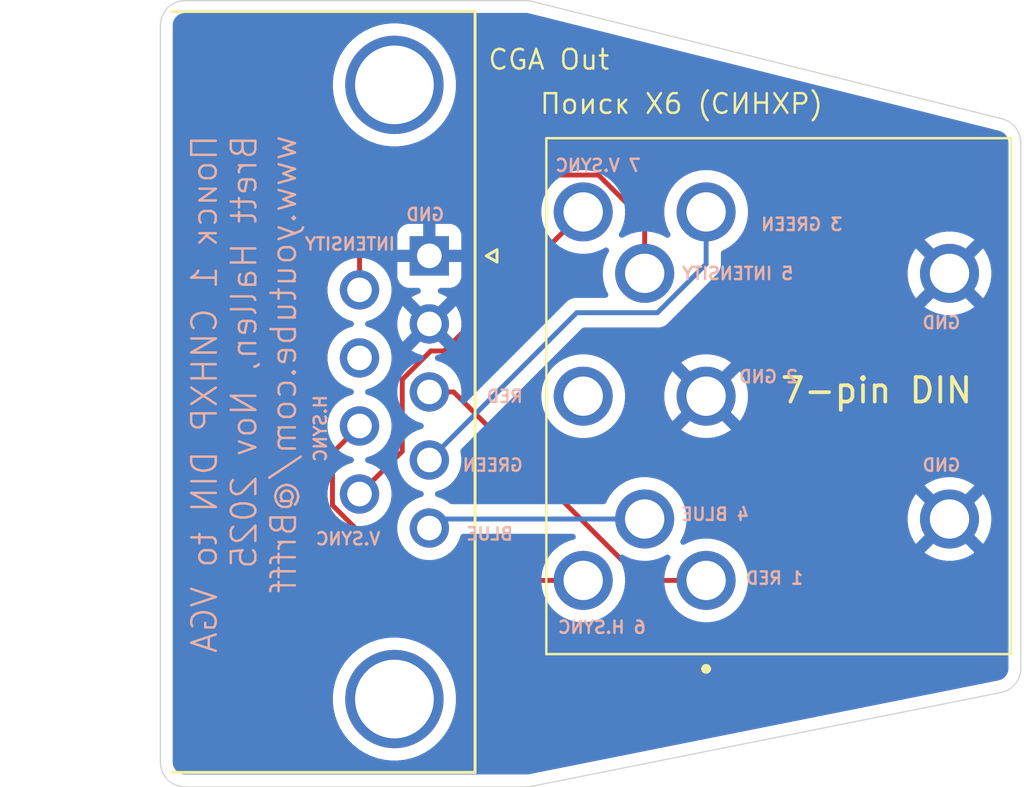
<source format=kicad_pcb>
(kicad_pcb (version 20241229) (generator "pcbnew") (generator_version "9.0")
  (title_block (title "Поиск 1 RGB DIN to VGA") (date "20/NOV/2025") (rev "A") (company "Brett Hallen") (comment 1 "www.youtube.com/@Brfff"))
  (layers (0 "F.Cu" signal) (2 "B.Cu" signal) (13 "F.Paste" user) (15 "B.Paste" user) (5 "F.SilkS" user "F.Silkscreen") (7 "B.SilkS" user "B.Silkscreen") (1 "F.Mask" user) (3 "B.Mask" user) (25 "Edge.Cuts" user))
  (net 0 "")
  (net 2 "INTENSITY")
  (net 4 "V.SYNC")
  (net 5 "GND")
  (net 6 "RED")
  (net 7 "H.SYNC{slash}C.SYNC")
  (net 8 "BLUE")
  (net 9 "GREEN")
  (footprint "Clueless_Engineer:6710801" (layer "F.Cu") (at 122.26 92.131236 -90)
    (property "Reference" "J1" (hide yes))
    (property "Value" "Поиск 1 X6 (Digital RGB)" (hide yes))
    (fp_line (start -18 6.5) (end -18 -12.4) (stroke (width 0.1)) (layer "F.SilkS"))
    (fp_line (start 3 6.5) (end -18 6.5) (stroke (width 0.1)) (layer "F.SilkS"))
    (fp_line (start 3.6 0.1) (end 3.6 0.1) (stroke (width 0.2)) (layer "F.SilkS"))
    (fp_line (start 3.6 -0.1) (end 3.6 -0.1) (stroke (width 0.2)) (layer "F.SilkS"))
    (fp_line (start -18 -12.4) (end 3 -12.4) (stroke (width 0.1)) (layer "F.SilkS"))
    (fp_line (start 3 -12.4) (end 3 6.5) (stroke (width 0.1)) (layer "F.SilkS"))
    (fp_arc (start 3.6 0.1) (mid 3.5 0) (end 3.6 -0.1) (stroke (width 0.2)) (layer "F.SilkS"))
    (fp_arc (start 3.6 -0.1) (mid 3.7 0) (end 3.6 0.1) (stroke (width 0.2)) (layer "F.SilkS"))
    (pad "1" thru_hole circle (at 0 0 270) (size 2.4 2.4) (drill 1.6) (layers "*.Cu" "*.Mask") (net 6 "RED"))
    (pad "2" thru_hole circle (at -7.5 0 270) (size 2.4 2.4) (drill 1.6) (layers "*.Cu" "*.Mask") (net 5 "GND"))
    (pad "3" thru_hole circle (at -15 0 270) (size 2.4 2.4) (drill 1.6) (layers "*.Cu" "*.Mask") (net 9 "GREEN"))
    (pad "4" thru_hole circle (at -2.5 2.5 270) (size 2.4 2.4) (drill 1.6) (layers "*.Cu" "*.Mask") (net 8 "BLUE"))
    (pad "5" thru_hole circle (at -12.5 2.5 270) (size 2.4 2.4) (drill 1.6) (layers "*.Cu" "*.Mask") (net 2 "INTENSITY"))
    (pad "6" thru_hole circle (at 0 5 270) (size 2.4 2.4) (drill 1.6) (layers "*.Cu" "*.Mask") (net 7 "H.SYNC{slash}C.SYNC"))
    (pad "7" thru_hole circle (at -15 5 270) (size 2.4 2.4) (drill 1.6) (layers "*.Cu" "*.Mask") (net 4 "V.SYNC"))
    (pad "8" thru_hole circle (at -7.5 5 270) (size 2.4 2.4) (drill 1.6) (layers "*.Cu" "*.Mask"))
    (pad "MH1" thru_hole circle (at -2.5 -9.9 270) (size 2.4 2.4) (drill 1.6) (layers "*.Cu" "*.Mask") (net 5 "GND"))
    (pad "MH2" thru_hole circle (at -12.5 -9.9 270) (size 2.4 2.4) (drill 1.6) (layers "*.Cu" "*.Mask") (net 5 "GND"))
  )
  (footprint "Connector_Dsub:DSUB-9_Pins_Horizontal_P2.77x2.84mm_EdgePinOffset7.70mm_Housed_MountingHolesOffset9.12mm" (layer "F.Cu") (at 111 78.92 -90)
    (property "Reference" "J2" (hide yes))
    (property "Value" "CGA Out" (at -7.988764 -4.86 180) (layer "F.SilkS") (effects (font (size 0.8 0.8) (thickness 0.1))))
    (fp_line (start -9.945 10.48) (end -9.945 -1.86) (stroke (width 0.12)) (layer "F.SilkS"))
    (fp_line (start -9.945 -1.86) (end 21.025 -1.86) (stroke (width 0.12)) (layer "F.SilkS"))
    (fp_line (start 21.025 -1.86) (end 21.025 10.48) (stroke (width 0.12)) (layer "F.SilkS"))
    (fp_line (start 0 -2.321325) (end -0.25 -2.754338) (stroke (width 0.12)) (layer "F.SilkS"))
    (fp_line (start -0.25 -2.754338) (end 0.25 -2.754338) (stroke (width 0.12)) (layer "F.SilkS"))
    (fp_line (start 0.25 -2.754338) (end 0 -2.321325) (stroke (width 0.12)) (layer "F.SilkS"))
    (pad "0" thru_hole circle (at -6.96 1.42 270) (size 4 4) (drill 3.2) (layers "*.Cu" "*.Mask"))
    (pad "0" thru_hole circle (at 18.04 1.42 270) (size 4 4) (drill 3.2) (layers "*.Cu" "*.Mask"))
    (pad "1" thru_hole rect (at 0 0 270) (size 1.6 1.6) (drill 1) (layers "*.Cu" "*.Mask") (net 5 "GND"))
    (pad "2" thru_hole circle (at 2.77 0 270) (size 1.6 1.6) (drill 1) (layers "*.Cu" "*.Mask") (net 5 "GND"))
    (pad "3" thru_hole circle (at 5.54 0 270) (size 1.6 1.6) (drill 1) (layers "*.Cu" "*.Mask") (net 6 "RED"))
    (pad "4" thru_hole circle (at 8.31 0 270) (size 1.6 1.6) (drill 1) (layers "*.Cu" "*.Mask") (net 9 "GREEN"))
    (pad "5" thru_hole circle (at 11.08 0 270) (size 1.6 1.6) (drill 1) (layers "*.Cu" "*.Mask") (net 8 "BLUE"))
    (pad "6" thru_hole circle (at 1.385 2.84 270) (size 1.6 1.6) (drill 1) (layers "*.Cu" "*.Mask") (net 2 "INTENSITY"))
    (pad "7" thru_hole circle (at 4.155 2.84 270) (size 1.6 1.6) (drill 1) (layers "*.Cu" "*.Mask"))
    (pad "8" thru_hole circle (at 6.925 2.84 270) (size 1.6 1.6) (drill 1) (layers "*.Cu" "*.Mask") (net 7 "H.SYNC{slash}C.SYNC"))
    (pad "9" thru_hole circle (at 9.695 2.84 270) (size 1.6 1.6) (drill 1) (layers "*.Cu" "*.Mask") (net 4 "V.SYNC"))
  )
  (gr_line (start 135.06 74.312012) (end 135.06 95.711432) (stroke (width 0.05)) (layer "Edge.Cuts"))
  (gr_line (start 134.256116 96.692013) (end 115.157096 100.511817) (stroke (width 0.05)) (layer "Edge.Cuts"))
  (gr_arc (start 114.936894 68.531236) (mid 115.059077 68.538728) (end 115.17943 68.561093) (stroke (width 0.05)) (layer "Edge.Cuts"))
  (gr_arc (start 101.06 100.531236) (mid 100.35288 100.238345) (end 100.06 99.531236) (stroke (width 0.05)) (layer "Edge.Cuts"))
  (gr_arc (start 115.157096 100.511817) (mid 115.059518 100.52637) (end 114.96098 100.531236) (stroke (width 0.05)) (layer "Edge.Cuts"))
  (gr_line (start 114.96098 100.531236) (end 101.06 100.531236) (stroke (width 0.05)) (layer "Edge.Cuts"))
  (gr_line (start 101.06 68.531236) (end 114.936894 68.531236) (stroke (width 0.05)) (layer "Edge.Cuts"))
  (gr_line (start 115.17943 68.561093) (end 134.302536 73.34187) (stroke (width 0.05)) (layer "Edge.Cuts"))
  (gr_arc (start 100.06 69.531236) (mid 100.352893 68.824129) (end 101.06 68.531236) (stroke (width 0.05)) (layer "Edge.Cuts"))
  (gr_line (start 100.06 99.531236) (end 100.06 69.531236) (stroke (width 0.05)) (layer "Edge.Cuts"))
  (gr_arc (start 135.06 95.711432) (mid 134.83333 96.345404) (end 134.256116 96.692013) (stroke (width 0.05)) (layer "Edge.Cuts"))
  (gr_arc (start 134.302536 73.34187) (mid 134.848205 73.6966) (end 135.06 74.312012) (stroke (width 0.05)) (layer "Edge.Cuts"))
  (gr_text "7-pin DIN" (at 125.21 84.981236 0) (layer "F.SilkS") (effects (font (size 1 1)) (justify left bottom)))
  (gr_text "Поиск Х6 (СИНХР)" (at 121.26 72.731236 0) (layer "F.SilkS") (effects (font (size 0.8 0.8) (thickness 0.1))))
  (gr_text "Поиск 1 СИНХР DIN to VGA\nBrett Hallen, Nov 2025\nwww.youtube.com/@Brfff" (at 105.66 73.931236 90) (layer "B.SilkS") (effects (font (size 1 1) (thickness 0.1)) (justify left bottom mirror)))
  (gr_text "4 BLUE" (at 124.06 89.731236 0) (layer "B.SilkS") (effects (font (size 0.5 0.5) (thickness 0.1) (bold yes)) (justify left bottom mirror)))
  (gr_text "GND" (at 132.66 81.931236 0) (layer "B.SilkS") (effects (font (size 0.5 0.5) (thickness 0.1) (bold yes)) (justify left bottom mirror)))
  (gr_text "BLUE" (at 114.46 90.531236 0) (layer "B.SilkS") (effects (font (size 0.5 0.5) (thickness 0.1) (bold yes)) (justify left bottom mirror)))
  (gr_text "5 INTENSITY" (at 125.86 79.931236 0) (layer "B.SilkS") (effects (font (size 0.5 0.5) (thickness 0.1) (bold yes)) (justify left bottom mirror)))
  (gr_text "RED" (at 114.86 84.931236 0) (layer "B.SilkS") (effects (font (size 0.5 0.5) (thickness 0.1) (bold yes)) (justify left bottom mirror)))
  (gr_text "INTENSITY" (at 109.66 78.731236 0) (layer "B.SilkS") (effects (font (size 0.5 0.5) (thickness 0.1) (bold yes)) (justify left bottom mirror)))
  (gr_text "7 V.SYNC" (at 119.66 75.531236 0) (layer "B.SilkS") (effects (font (size 0.5 0.5) (thickness 0.1) (bold yes)) (justify left bottom mirror)))
  (gr_text "6 H.SYNC" (at 119.86 94.331236 0) (layer "B.SilkS") (effects (font (size 0.5 0.5) (thickness 0.1) (bold yes)) (justify left bottom mirror)))
  (gr_text "1 RED" (at 126.26 92.331236 0) (layer "B.SilkS") (effects (font (size 0.5 0.5) (thickness 0.1) (bold yes)) (justify left bottom mirror)))
  (gr_text "GND" (at 111.66 77.531236 0) (layer "B.SilkS") (effects (font (size 0.5 0.5) (thickness 0.1) (bold yes)) (justify left bottom mirror)))
  (gr_text "H.SYNC" (at 106.86 84.531236 90) (layer "B.SilkS") (effects (font (size 0.5 0.5) (thickness 0.1) (bold yes)) (justify left bottom mirror)))
  (gr_text "GREEN" (at 114.86 87.731236 0) (layer "B.SilkS") (effects (font (size 0.5 0.5) (thickness 0.1) (bold yes)) (justify left bottom mirror)))
  (gr_text "V.SYNC" (at 109.06 90.731236 0) (layer "B.SilkS") (effects (font (size 0.5 0.5) (thickness 0.1) (bold yes)) (justify left bottom mirror)))
  (gr_text "2 GND" (at 126.06 84.131236 0) (layer "B.SilkS") (effects (font (size 0.5 0.5) (thickness 0.1) (bold yes)) (justify left bottom mirror)))
  (gr_text "GND" (at 132.66 87.731236 0) (layer "B.SilkS") (effects (font (size 0.5 0.5) (thickness 0.1) (bold yes)) (justify left bottom mirror)))
  (gr_text "3 GREEN" (at 127.86 77.931236 0) (layer "B.SilkS") (effects (font (size 0.5 0.5) (thickness 0.1) (bold yes)) (justify left bottom mirror)))
  (segment (start 117.881735 75.630236) (end 110.961 75.630236) (width 0.2) (layer "F.Cu") (net 2))
  (segment (start 110.961 75.630236) (end 108.16 78.431236) (width 0.2) (layer "F.Cu") (net 2))
  (segment (start 108.16 78.431236) (end 108.16 80.305) (width 0.2) (layer "F.Cu") (net 2))
  (segment (start 119.76 79.631236) (end 119.76 77.508501) (width 0.2) (layer "F.Cu") (net 2))
  (segment (start 119.76 77.508501) (end 117.881735 75.630236) (width 0.2) (layer "F.Cu") (net 2))
  (segment (start 119.76 79.631236) (end 119.086236 80.305) (width 0.2) (layer "B.Cu") (net 2))
  (segment (start 109.899 83.952) (end 111.06 82.791) (width 0.2) (layer "F.Cu") (net 4))
  (segment (start 108.16 88.615) (end 109.899 86.876) (width 0.2) (layer "F.Cu") (net 4))
  (segment (start 111.600236 82.791) (end 117.26 77.131236) (width 0.2) (layer "F.Cu") (net 4))
  (segment (start 111.06 82.791) (end 111.600236 82.791) (width 0.2) (layer "F.Cu") (net 4))
  (segment (start 109.899 86.876) (end 109.899 83.952) (width 0.2) (layer "F.Cu") (net 4))
  (segment (start 122.26 92.131236) (end 119.66 92.131236) (width 0.2) (layer "F.Cu") (net 6))
  (segment (start 111.988764 84.46) (end 111 84.46) (width 0.2) (layer "F.Cu") (net 6))
  (segment (start 119.66 92.131236) (end 111.988764 84.46) (width 0.2) (layer "F.Cu") (net 6))
  (segment (start 117.26 92.131236) (end 110.119186 92.131236) (width 0.2) (layer "F.Cu") (net 7))
  (segment (start 110.119186 92.131236) (end 107.06 89.07205) (width 0.2) (layer "F.Cu") (net 7))
  (segment (start 107.06 89.07205) (end 107.06 86.945) (width 0.2) (layer "F.Cu") (net 7))
  (segment (start 107.06 86.945) (end 108.16 85.845) (width 0.2) (layer "F.Cu") (net 7))
  (segment (start 119.76 89.631236) (end 111.368764 89.631236) (width 0.2) (layer "B.Cu") (net 8))
  (segment (start 111.368764 89.631236) (end 111 90) (width 0.2) (layer "B.Cu") (net 8))
  (segment (start 122.26 79.253971) (end 122.26 77.131236) (width 0.2) (layer "B.Cu") (net 9))
  (segment (start 120.280021 81.23395) (end 122.26 79.253971) (width 0.2) (layer "B.Cu") (net 9))
  (segment (start 116.99605 81.23395) (end 120.280021 81.23395) (width 0.2) (layer "B.Cu") (net 9))
  (segment (start 111 87.23) (end 116.99605 81.23395) (width 0.2) (layer "B.Cu") (net 9))
  (zone (net 5) (net_name "GND") (layer "B.Cu") (connect_pads (clearance 0.5)) (min_thickness 0.25) (fill yes (thermal_gap 0.5) (thermal_bridge_width 0.5))
    (polygon (pts (xy 100.06 68.531236) (xy 115.06 68.531236) (xy 135.06 73.531236) (xy 135.06 96.531236) (xy 115.06 100.531236) (xy 100.06 100.531236)))
  )
)
</source>
